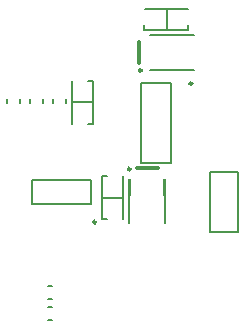
<source format=gbr>
G04*
G04 #@! TF.GenerationSoftware,Altium Limited,Altium Designer,24.2.2 (26)*
G04*
G04 Layer_Color=32896*
%FSLAX44Y44*%
%MOMM*%
G71*
G04*
G04 #@! TF.SameCoordinates,A69A520D-3C44-4C1A-B5D4-BA9765A151AF*
G04*
G04*
G04 #@! TF.FilePolarity,Positive*
G04*
G01*
G75*
%ADD10C,0.2000*%
%ADD11C,0.2032*%
%ADD12C,0.1500*%
%ADD65C,0.2500*%
%ADD66C,0.3048*%
D10*
X275208Y106680D02*
Y157480D01*
X138830Y32600D02*
X141830D01*
X138830Y43600D02*
X141830D01*
X124860Y130970D02*
X174860D01*
X216870Y165890D02*
Y232890D01*
X103720Y219300D02*
X103720Y216300D01*
X298870Y106680D02*
Y157480D01*
X114720Y216300D02*
X114720Y219300D01*
X138830Y50380D02*
X141830D01*
X236750Y138350D02*
Y151850D01*
X138830Y61380D02*
X141830D01*
X207250Y114850D02*
Y151850D01*
X237250Y114850D02*
Y151850D01*
X207750Y138350D02*
Y151850D01*
X216870Y232890D02*
X242870D01*
X225130Y244580D02*
X238630D01*
X242870Y165890D02*
Y232890D01*
X225130Y274080D02*
X262130D01*
X225130Y244080D02*
X262130D01*
X225130Y273580D02*
X238630D01*
X123039Y216309D02*
Y219310D01*
X134039Y216309D02*
X134039Y219310D01*
X153358Y216309D02*
Y219310D01*
X216870Y165890D02*
X242870D01*
X124860Y150970D02*
X174860D01*
Y130970D02*
Y150970D01*
X124860Y130970D02*
Y150970D01*
X142358Y216309D02*
Y219310D01*
D11*
X275208Y157480D02*
X298870D01*
X275208Y106680D02*
X298870D01*
D12*
X172640Y198520D02*
X176640D01*
X184040Y154540D02*
X188040D01*
X202040Y117988D02*
Y154384D01*
X184040Y117729D02*
X188040D01*
X184040Y135890D02*
X202040D01*
X184040Y117729D02*
Y154540D01*
X220266Y296020D02*
X256662D01*
X220110Y278020D02*
X256921D01*
X158640Y198676D02*
Y235072D01*
Y217170D02*
X176640D01*
Y198520D02*
Y235331D01*
X172640D02*
X176640D01*
X220110Y278020D02*
Y282020D01*
X238760Y278020D02*
Y296020D01*
X256921Y278020D02*
Y282020D01*
D65*
X217880Y244080D02*
G03*
X217880Y244080I-1250J0D01*
G01*
X260620Y232890D02*
G03*
X260620Y232890I-1250J0D01*
G01*
X208500Y160350D02*
G03*
X208500Y160350I-1250J0D01*
G01*
X179160Y115470D02*
G03*
X179160Y115470I-1250J0D01*
G01*
D66*
X213360Y161290D02*
X231140D01*
X215690Y250190D02*
Y267970D01*
M02*

</source>
